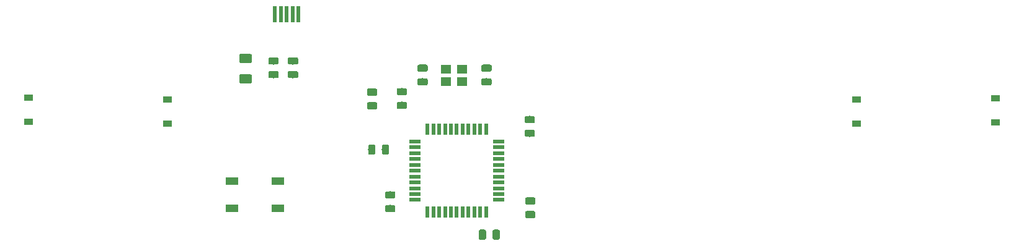
<source format=gbp>
G04 #@! TF.GenerationSoftware,KiCad,Pcbnew,(5.1.4)-1*
G04 #@! TF.CreationDate,2022-10-31T09:04:18+01:00*
G04 #@! TF.ProjectId,quaver-keypadrev1,71756176-6572-42d6-9b65-797061647265,rev?*
G04 #@! TF.SameCoordinates,Original*
G04 #@! TF.FileFunction,Paste,Bot*
G04 #@! TF.FilePolarity,Positive*
%FSLAX46Y46*%
G04 Gerber Fmt 4.6, Leading zero omitted, Abs format (unit mm)*
G04 Created by KiCad (PCBNEW (5.1.4)-1) date 2022-10-31 09:04:18*
%MOMM*%
%LPD*%
G04 APERTURE LIST*
%ADD10R,0.500000X2.250000*%
%ADD11R,1.400000X1.200000*%
%ADD12R,1.500000X0.550000*%
%ADD13R,0.550000X1.500000*%
%ADD14R,1.800000X1.100000*%
%ADD15C,0.100000*%
%ADD16C,0.975000*%
%ADD17C,1.250000*%
%ADD18R,1.200000X0.900000*%
G04 APERTURE END LIST*
D10*
X175247000Y-91440000D03*
X174447000Y-91440000D03*
X173647000Y-91440000D03*
X172847000Y-91440000D03*
X172047000Y-91440000D03*
D11*
X197557750Y-100696500D03*
X195357750Y-100696500D03*
X195357750Y-98996500D03*
X197557750Y-98996500D03*
D12*
X191150000Y-116903000D03*
X191150000Y-116103000D03*
X191150000Y-115303000D03*
X191150000Y-114503000D03*
X191150000Y-113703000D03*
X191150000Y-112903000D03*
X191150000Y-112103000D03*
X191150000Y-111303000D03*
X191150000Y-110503000D03*
X191150000Y-109703000D03*
X191150000Y-108903000D03*
D13*
X192850000Y-107203000D03*
X193650000Y-107203000D03*
X194450000Y-107203000D03*
X195250000Y-107203000D03*
X196050000Y-107203000D03*
X196850000Y-107203000D03*
X197650000Y-107203000D03*
X198450000Y-107203000D03*
X199250000Y-107203000D03*
X200050000Y-107203000D03*
X200850000Y-107203000D03*
D12*
X202550000Y-108903000D03*
X202550000Y-109703000D03*
X202550000Y-110503000D03*
X202550000Y-111303000D03*
X202550000Y-112103000D03*
X202550000Y-112903000D03*
X202550000Y-113703000D03*
X202550000Y-114503000D03*
X202550000Y-115303000D03*
X202550000Y-116103000D03*
X202550000Y-116903000D03*
D13*
X200850000Y-118603000D03*
X200050000Y-118603000D03*
X199250000Y-118603000D03*
X198450000Y-118603000D03*
X197650000Y-118603000D03*
X196850000Y-118603000D03*
X196050000Y-118603000D03*
X195250000Y-118603000D03*
X194450000Y-118603000D03*
X193650000Y-118603000D03*
X192850000Y-118603000D03*
D14*
X166191000Y-118055000D03*
X172391000Y-114355000D03*
X166191000Y-114355000D03*
X172391000Y-118055000D03*
D15*
G36*
X207363142Y-118434174D02*
G01*
X207386803Y-118437684D01*
X207410007Y-118443496D01*
X207432529Y-118451554D01*
X207454153Y-118461782D01*
X207474670Y-118474079D01*
X207493883Y-118488329D01*
X207511607Y-118504393D01*
X207527671Y-118522117D01*
X207541921Y-118541330D01*
X207554218Y-118561847D01*
X207564446Y-118583471D01*
X207572504Y-118605993D01*
X207578316Y-118629197D01*
X207581826Y-118652858D01*
X207583000Y-118676750D01*
X207583000Y-119164250D01*
X207581826Y-119188142D01*
X207578316Y-119211803D01*
X207572504Y-119235007D01*
X207564446Y-119257529D01*
X207554218Y-119279153D01*
X207541921Y-119299670D01*
X207527671Y-119318883D01*
X207511607Y-119336607D01*
X207493883Y-119352671D01*
X207474670Y-119366921D01*
X207454153Y-119379218D01*
X207432529Y-119389446D01*
X207410007Y-119397504D01*
X207386803Y-119403316D01*
X207363142Y-119406826D01*
X207339250Y-119408000D01*
X206426750Y-119408000D01*
X206402858Y-119406826D01*
X206379197Y-119403316D01*
X206355993Y-119397504D01*
X206333471Y-119389446D01*
X206311847Y-119379218D01*
X206291330Y-119366921D01*
X206272117Y-119352671D01*
X206254393Y-119336607D01*
X206238329Y-119318883D01*
X206224079Y-119299670D01*
X206211782Y-119279153D01*
X206201554Y-119257529D01*
X206193496Y-119235007D01*
X206187684Y-119211803D01*
X206184174Y-119188142D01*
X206183000Y-119164250D01*
X206183000Y-118676750D01*
X206184174Y-118652858D01*
X206187684Y-118629197D01*
X206193496Y-118605993D01*
X206201554Y-118583471D01*
X206211782Y-118561847D01*
X206224079Y-118541330D01*
X206238329Y-118522117D01*
X206254393Y-118504393D01*
X206272117Y-118488329D01*
X206291330Y-118474079D01*
X206311847Y-118461782D01*
X206333471Y-118451554D01*
X206355993Y-118443496D01*
X206379197Y-118437684D01*
X206402858Y-118434174D01*
X206426750Y-118433000D01*
X207339250Y-118433000D01*
X207363142Y-118434174D01*
X207363142Y-118434174D01*
G37*
D16*
X206883000Y-118920500D03*
D15*
G36*
X207363142Y-116559174D02*
G01*
X207386803Y-116562684D01*
X207410007Y-116568496D01*
X207432529Y-116576554D01*
X207454153Y-116586782D01*
X207474670Y-116599079D01*
X207493883Y-116613329D01*
X207511607Y-116629393D01*
X207527671Y-116647117D01*
X207541921Y-116666330D01*
X207554218Y-116686847D01*
X207564446Y-116708471D01*
X207572504Y-116730993D01*
X207578316Y-116754197D01*
X207581826Y-116777858D01*
X207583000Y-116801750D01*
X207583000Y-117289250D01*
X207581826Y-117313142D01*
X207578316Y-117336803D01*
X207572504Y-117360007D01*
X207564446Y-117382529D01*
X207554218Y-117404153D01*
X207541921Y-117424670D01*
X207527671Y-117443883D01*
X207511607Y-117461607D01*
X207493883Y-117477671D01*
X207474670Y-117491921D01*
X207454153Y-117504218D01*
X207432529Y-117514446D01*
X207410007Y-117522504D01*
X207386803Y-117528316D01*
X207363142Y-117531826D01*
X207339250Y-117533000D01*
X206426750Y-117533000D01*
X206402858Y-117531826D01*
X206379197Y-117528316D01*
X206355993Y-117522504D01*
X206333471Y-117514446D01*
X206311847Y-117504218D01*
X206291330Y-117491921D01*
X206272117Y-117477671D01*
X206254393Y-117461607D01*
X206238329Y-117443883D01*
X206224079Y-117424670D01*
X206211782Y-117404153D01*
X206201554Y-117382529D01*
X206193496Y-117360007D01*
X206187684Y-117336803D01*
X206184174Y-117313142D01*
X206183000Y-117289250D01*
X206183000Y-116801750D01*
X206184174Y-116777858D01*
X206187684Y-116754197D01*
X206193496Y-116730993D01*
X206201554Y-116708471D01*
X206211782Y-116686847D01*
X206224079Y-116666330D01*
X206238329Y-116647117D01*
X206254393Y-116629393D01*
X206272117Y-116613329D01*
X206291330Y-116599079D01*
X206311847Y-116586782D01*
X206333471Y-116576554D01*
X206355993Y-116568496D01*
X206379197Y-116562684D01*
X206402858Y-116559174D01*
X206426750Y-116558000D01*
X207339250Y-116558000D01*
X207363142Y-116559174D01*
X207363142Y-116559174D01*
G37*
D16*
X206883000Y-117045500D03*
D15*
G36*
X172311142Y-99257174D02*
G01*
X172334803Y-99260684D01*
X172358007Y-99266496D01*
X172380529Y-99274554D01*
X172402153Y-99284782D01*
X172422670Y-99297079D01*
X172441883Y-99311329D01*
X172459607Y-99327393D01*
X172475671Y-99345117D01*
X172489921Y-99364330D01*
X172502218Y-99384847D01*
X172512446Y-99406471D01*
X172520504Y-99428993D01*
X172526316Y-99452197D01*
X172529826Y-99475858D01*
X172531000Y-99499750D01*
X172531000Y-99987250D01*
X172529826Y-100011142D01*
X172526316Y-100034803D01*
X172520504Y-100058007D01*
X172512446Y-100080529D01*
X172502218Y-100102153D01*
X172489921Y-100122670D01*
X172475671Y-100141883D01*
X172459607Y-100159607D01*
X172441883Y-100175671D01*
X172422670Y-100189921D01*
X172402153Y-100202218D01*
X172380529Y-100212446D01*
X172358007Y-100220504D01*
X172334803Y-100226316D01*
X172311142Y-100229826D01*
X172287250Y-100231000D01*
X171374750Y-100231000D01*
X171350858Y-100229826D01*
X171327197Y-100226316D01*
X171303993Y-100220504D01*
X171281471Y-100212446D01*
X171259847Y-100202218D01*
X171239330Y-100189921D01*
X171220117Y-100175671D01*
X171202393Y-100159607D01*
X171186329Y-100141883D01*
X171172079Y-100122670D01*
X171159782Y-100102153D01*
X171149554Y-100080529D01*
X171141496Y-100058007D01*
X171135684Y-100034803D01*
X171132174Y-100011142D01*
X171131000Y-99987250D01*
X171131000Y-99499750D01*
X171132174Y-99475858D01*
X171135684Y-99452197D01*
X171141496Y-99428993D01*
X171149554Y-99406471D01*
X171159782Y-99384847D01*
X171172079Y-99364330D01*
X171186329Y-99345117D01*
X171202393Y-99327393D01*
X171220117Y-99311329D01*
X171239330Y-99297079D01*
X171259847Y-99284782D01*
X171281471Y-99274554D01*
X171303993Y-99266496D01*
X171327197Y-99260684D01*
X171350858Y-99257174D01*
X171374750Y-99256000D01*
X172287250Y-99256000D01*
X172311142Y-99257174D01*
X172311142Y-99257174D01*
G37*
D16*
X171831000Y-99743500D03*
D15*
G36*
X172311142Y-97382174D02*
G01*
X172334803Y-97385684D01*
X172358007Y-97391496D01*
X172380529Y-97399554D01*
X172402153Y-97409782D01*
X172422670Y-97422079D01*
X172441883Y-97436329D01*
X172459607Y-97452393D01*
X172475671Y-97470117D01*
X172489921Y-97489330D01*
X172502218Y-97509847D01*
X172512446Y-97531471D01*
X172520504Y-97553993D01*
X172526316Y-97577197D01*
X172529826Y-97600858D01*
X172531000Y-97624750D01*
X172531000Y-98112250D01*
X172529826Y-98136142D01*
X172526316Y-98159803D01*
X172520504Y-98183007D01*
X172512446Y-98205529D01*
X172502218Y-98227153D01*
X172489921Y-98247670D01*
X172475671Y-98266883D01*
X172459607Y-98284607D01*
X172441883Y-98300671D01*
X172422670Y-98314921D01*
X172402153Y-98327218D01*
X172380529Y-98337446D01*
X172358007Y-98345504D01*
X172334803Y-98351316D01*
X172311142Y-98354826D01*
X172287250Y-98356000D01*
X171374750Y-98356000D01*
X171350858Y-98354826D01*
X171327197Y-98351316D01*
X171303993Y-98345504D01*
X171281471Y-98337446D01*
X171259847Y-98327218D01*
X171239330Y-98314921D01*
X171220117Y-98300671D01*
X171202393Y-98284607D01*
X171186329Y-98266883D01*
X171172079Y-98247670D01*
X171159782Y-98227153D01*
X171149554Y-98205529D01*
X171141496Y-98183007D01*
X171135684Y-98159803D01*
X171132174Y-98136142D01*
X171131000Y-98112250D01*
X171131000Y-97624750D01*
X171132174Y-97600858D01*
X171135684Y-97577197D01*
X171141496Y-97553993D01*
X171149554Y-97531471D01*
X171159782Y-97509847D01*
X171172079Y-97489330D01*
X171186329Y-97470117D01*
X171202393Y-97452393D01*
X171220117Y-97436329D01*
X171239330Y-97422079D01*
X171259847Y-97409782D01*
X171281471Y-97399554D01*
X171303993Y-97391496D01*
X171327197Y-97385684D01*
X171350858Y-97382174D01*
X171374750Y-97381000D01*
X172287250Y-97381000D01*
X172311142Y-97382174D01*
X172311142Y-97382174D01*
G37*
D16*
X171831000Y-97868500D03*
D15*
G36*
X174978142Y-99257174D02*
G01*
X175001803Y-99260684D01*
X175025007Y-99266496D01*
X175047529Y-99274554D01*
X175069153Y-99284782D01*
X175089670Y-99297079D01*
X175108883Y-99311329D01*
X175126607Y-99327393D01*
X175142671Y-99345117D01*
X175156921Y-99364330D01*
X175169218Y-99384847D01*
X175179446Y-99406471D01*
X175187504Y-99428993D01*
X175193316Y-99452197D01*
X175196826Y-99475858D01*
X175198000Y-99499750D01*
X175198000Y-99987250D01*
X175196826Y-100011142D01*
X175193316Y-100034803D01*
X175187504Y-100058007D01*
X175179446Y-100080529D01*
X175169218Y-100102153D01*
X175156921Y-100122670D01*
X175142671Y-100141883D01*
X175126607Y-100159607D01*
X175108883Y-100175671D01*
X175089670Y-100189921D01*
X175069153Y-100202218D01*
X175047529Y-100212446D01*
X175025007Y-100220504D01*
X175001803Y-100226316D01*
X174978142Y-100229826D01*
X174954250Y-100231000D01*
X174041750Y-100231000D01*
X174017858Y-100229826D01*
X173994197Y-100226316D01*
X173970993Y-100220504D01*
X173948471Y-100212446D01*
X173926847Y-100202218D01*
X173906330Y-100189921D01*
X173887117Y-100175671D01*
X173869393Y-100159607D01*
X173853329Y-100141883D01*
X173839079Y-100122670D01*
X173826782Y-100102153D01*
X173816554Y-100080529D01*
X173808496Y-100058007D01*
X173802684Y-100034803D01*
X173799174Y-100011142D01*
X173798000Y-99987250D01*
X173798000Y-99499750D01*
X173799174Y-99475858D01*
X173802684Y-99452197D01*
X173808496Y-99428993D01*
X173816554Y-99406471D01*
X173826782Y-99384847D01*
X173839079Y-99364330D01*
X173853329Y-99345117D01*
X173869393Y-99327393D01*
X173887117Y-99311329D01*
X173906330Y-99297079D01*
X173926847Y-99284782D01*
X173948471Y-99274554D01*
X173970993Y-99266496D01*
X173994197Y-99260684D01*
X174017858Y-99257174D01*
X174041750Y-99256000D01*
X174954250Y-99256000D01*
X174978142Y-99257174D01*
X174978142Y-99257174D01*
G37*
D16*
X174498000Y-99743500D03*
D15*
G36*
X174978142Y-97382174D02*
G01*
X175001803Y-97385684D01*
X175025007Y-97391496D01*
X175047529Y-97399554D01*
X175069153Y-97409782D01*
X175089670Y-97422079D01*
X175108883Y-97436329D01*
X175126607Y-97452393D01*
X175142671Y-97470117D01*
X175156921Y-97489330D01*
X175169218Y-97509847D01*
X175179446Y-97531471D01*
X175187504Y-97553993D01*
X175193316Y-97577197D01*
X175196826Y-97600858D01*
X175198000Y-97624750D01*
X175198000Y-98112250D01*
X175196826Y-98136142D01*
X175193316Y-98159803D01*
X175187504Y-98183007D01*
X175179446Y-98205529D01*
X175169218Y-98227153D01*
X175156921Y-98247670D01*
X175142671Y-98266883D01*
X175126607Y-98284607D01*
X175108883Y-98300671D01*
X175089670Y-98314921D01*
X175069153Y-98327218D01*
X175047529Y-98337446D01*
X175025007Y-98345504D01*
X175001803Y-98351316D01*
X174978142Y-98354826D01*
X174954250Y-98356000D01*
X174041750Y-98356000D01*
X174017858Y-98354826D01*
X173994197Y-98351316D01*
X173970993Y-98345504D01*
X173948471Y-98337446D01*
X173926847Y-98327218D01*
X173906330Y-98314921D01*
X173887117Y-98300671D01*
X173869393Y-98284607D01*
X173853329Y-98266883D01*
X173839079Y-98247670D01*
X173826782Y-98227153D01*
X173816554Y-98205529D01*
X173808496Y-98183007D01*
X173802684Y-98159803D01*
X173799174Y-98136142D01*
X173798000Y-98112250D01*
X173798000Y-97624750D01*
X173799174Y-97600858D01*
X173802684Y-97577197D01*
X173808496Y-97553993D01*
X173816554Y-97531471D01*
X173826782Y-97509847D01*
X173839079Y-97489330D01*
X173853329Y-97470117D01*
X173869393Y-97452393D01*
X173887117Y-97436329D01*
X173906330Y-97422079D01*
X173926847Y-97409782D01*
X173948471Y-97399554D01*
X173970993Y-97391496D01*
X173994197Y-97385684D01*
X174017858Y-97382174D01*
X174041750Y-97381000D01*
X174954250Y-97381000D01*
X174978142Y-97382174D01*
X174978142Y-97382174D01*
G37*
D16*
X174498000Y-97868500D03*
D15*
G36*
X185773142Y-101651674D02*
G01*
X185796803Y-101655184D01*
X185820007Y-101660996D01*
X185842529Y-101669054D01*
X185864153Y-101679282D01*
X185884670Y-101691579D01*
X185903883Y-101705829D01*
X185921607Y-101721893D01*
X185937671Y-101739617D01*
X185951921Y-101758830D01*
X185964218Y-101779347D01*
X185974446Y-101800971D01*
X185982504Y-101823493D01*
X185988316Y-101846697D01*
X185991826Y-101870358D01*
X185993000Y-101894250D01*
X185993000Y-102381750D01*
X185991826Y-102405642D01*
X185988316Y-102429303D01*
X185982504Y-102452507D01*
X185974446Y-102475029D01*
X185964218Y-102496653D01*
X185951921Y-102517170D01*
X185937671Y-102536383D01*
X185921607Y-102554107D01*
X185903883Y-102570171D01*
X185884670Y-102584421D01*
X185864153Y-102596718D01*
X185842529Y-102606946D01*
X185820007Y-102615004D01*
X185796803Y-102620816D01*
X185773142Y-102624326D01*
X185749250Y-102625500D01*
X184836750Y-102625500D01*
X184812858Y-102624326D01*
X184789197Y-102620816D01*
X184765993Y-102615004D01*
X184743471Y-102606946D01*
X184721847Y-102596718D01*
X184701330Y-102584421D01*
X184682117Y-102570171D01*
X184664393Y-102554107D01*
X184648329Y-102536383D01*
X184634079Y-102517170D01*
X184621782Y-102496653D01*
X184611554Y-102475029D01*
X184603496Y-102452507D01*
X184597684Y-102429303D01*
X184594174Y-102405642D01*
X184593000Y-102381750D01*
X184593000Y-101894250D01*
X184594174Y-101870358D01*
X184597684Y-101846697D01*
X184603496Y-101823493D01*
X184611554Y-101800971D01*
X184621782Y-101779347D01*
X184634079Y-101758830D01*
X184648329Y-101739617D01*
X184664393Y-101721893D01*
X184682117Y-101705829D01*
X184701330Y-101691579D01*
X184721847Y-101679282D01*
X184743471Y-101669054D01*
X184765993Y-101660996D01*
X184789197Y-101655184D01*
X184812858Y-101651674D01*
X184836750Y-101650500D01*
X185749250Y-101650500D01*
X185773142Y-101651674D01*
X185773142Y-101651674D01*
G37*
D16*
X185293000Y-102138000D03*
D15*
G36*
X185773142Y-103526674D02*
G01*
X185796803Y-103530184D01*
X185820007Y-103535996D01*
X185842529Y-103544054D01*
X185864153Y-103554282D01*
X185884670Y-103566579D01*
X185903883Y-103580829D01*
X185921607Y-103596893D01*
X185937671Y-103614617D01*
X185951921Y-103633830D01*
X185964218Y-103654347D01*
X185974446Y-103675971D01*
X185982504Y-103698493D01*
X185988316Y-103721697D01*
X185991826Y-103745358D01*
X185993000Y-103769250D01*
X185993000Y-104256750D01*
X185991826Y-104280642D01*
X185988316Y-104304303D01*
X185982504Y-104327507D01*
X185974446Y-104350029D01*
X185964218Y-104371653D01*
X185951921Y-104392170D01*
X185937671Y-104411383D01*
X185921607Y-104429107D01*
X185903883Y-104445171D01*
X185884670Y-104459421D01*
X185864153Y-104471718D01*
X185842529Y-104481946D01*
X185820007Y-104490004D01*
X185796803Y-104495816D01*
X185773142Y-104499326D01*
X185749250Y-104500500D01*
X184836750Y-104500500D01*
X184812858Y-104499326D01*
X184789197Y-104495816D01*
X184765993Y-104490004D01*
X184743471Y-104481946D01*
X184721847Y-104471718D01*
X184701330Y-104459421D01*
X184682117Y-104445171D01*
X184664393Y-104429107D01*
X184648329Y-104411383D01*
X184634079Y-104392170D01*
X184621782Y-104371653D01*
X184611554Y-104350029D01*
X184603496Y-104327507D01*
X184597684Y-104304303D01*
X184594174Y-104280642D01*
X184593000Y-104256750D01*
X184593000Y-103769250D01*
X184594174Y-103745358D01*
X184597684Y-103721697D01*
X184603496Y-103698493D01*
X184611554Y-103675971D01*
X184621782Y-103654347D01*
X184634079Y-103633830D01*
X184648329Y-103614617D01*
X184664393Y-103596893D01*
X184682117Y-103580829D01*
X184701330Y-103566579D01*
X184721847Y-103554282D01*
X184743471Y-103544054D01*
X184765993Y-103535996D01*
X184789197Y-103530184D01*
X184812858Y-103526674D01*
X184836750Y-103525500D01*
X185749250Y-103525500D01*
X185773142Y-103526674D01*
X185773142Y-103526674D01*
G37*
D16*
X185293000Y-104013000D03*
D15*
G36*
X168670504Y-99706204D02*
G01*
X168694773Y-99709804D01*
X168718571Y-99715765D01*
X168741671Y-99724030D01*
X168763849Y-99734520D01*
X168784893Y-99747133D01*
X168804598Y-99761747D01*
X168822777Y-99778223D01*
X168839253Y-99796402D01*
X168853867Y-99816107D01*
X168866480Y-99837151D01*
X168876970Y-99859329D01*
X168885235Y-99882429D01*
X168891196Y-99906227D01*
X168894796Y-99930496D01*
X168896000Y-99955000D01*
X168896000Y-100705000D01*
X168894796Y-100729504D01*
X168891196Y-100753773D01*
X168885235Y-100777571D01*
X168876970Y-100800671D01*
X168866480Y-100822849D01*
X168853867Y-100843893D01*
X168839253Y-100863598D01*
X168822777Y-100881777D01*
X168804598Y-100898253D01*
X168784893Y-100912867D01*
X168763849Y-100925480D01*
X168741671Y-100935970D01*
X168718571Y-100944235D01*
X168694773Y-100950196D01*
X168670504Y-100953796D01*
X168646000Y-100955000D01*
X167396000Y-100955000D01*
X167371496Y-100953796D01*
X167347227Y-100950196D01*
X167323429Y-100944235D01*
X167300329Y-100935970D01*
X167278151Y-100925480D01*
X167257107Y-100912867D01*
X167237402Y-100898253D01*
X167219223Y-100881777D01*
X167202747Y-100863598D01*
X167188133Y-100843893D01*
X167175520Y-100822849D01*
X167165030Y-100800671D01*
X167156765Y-100777571D01*
X167150804Y-100753773D01*
X167147204Y-100729504D01*
X167146000Y-100705000D01*
X167146000Y-99955000D01*
X167147204Y-99930496D01*
X167150804Y-99906227D01*
X167156765Y-99882429D01*
X167165030Y-99859329D01*
X167175520Y-99837151D01*
X167188133Y-99816107D01*
X167202747Y-99796402D01*
X167219223Y-99778223D01*
X167237402Y-99761747D01*
X167257107Y-99747133D01*
X167278151Y-99734520D01*
X167300329Y-99724030D01*
X167323429Y-99715765D01*
X167347227Y-99709804D01*
X167371496Y-99706204D01*
X167396000Y-99705000D01*
X168646000Y-99705000D01*
X168670504Y-99706204D01*
X168670504Y-99706204D01*
G37*
D17*
X168021000Y-100330000D03*
D15*
G36*
X168670504Y-96906204D02*
G01*
X168694773Y-96909804D01*
X168718571Y-96915765D01*
X168741671Y-96924030D01*
X168763849Y-96934520D01*
X168784893Y-96947133D01*
X168804598Y-96961747D01*
X168822777Y-96978223D01*
X168839253Y-96996402D01*
X168853867Y-97016107D01*
X168866480Y-97037151D01*
X168876970Y-97059329D01*
X168885235Y-97082429D01*
X168891196Y-97106227D01*
X168894796Y-97130496D01*
X168896000Y-97155000D01*
X168896000Y-97905000D01*
X168894796Y-97929504D01*
X168891196Y-97953773D01*
X168885235Y-97977571D01*
X168876970Y-98000671D01*
X168866480Y-98022849D01*
X168853867Y-98043893D01*
X168839253Y-98063598D01*
X168822777Y-98081777D01*
X168804598Y-98098253D01*
X168784893Y-98112867D01*
X168763849Y-98125480D01*
X168741671Y-98135970D01*
X168718571Y-98144235D01*
X168694773Y-98150196D01*
X168670504Y-98153796D01*
X168646000Y-98155000D01*
X167396000Y-98155000D01*
X167371496Y-98153796D01*
X167347227Y-98150196D01*
X167323429Y-98144235D01*
X167300329Y-98135970D01*
X167278151Y-98125480D01*
X167257107Y-98112867D01*
X167237402Y-98098253D01*
X167219223Y-98081777D01*
X167202747Y-98063598D01*
X167188133Y-98043893D01*
X167175520Y-98022849D01*
X167165030Y-98000671D01*
X167156765Y-97977571D01*
X167150804Y-97953773D01*
X167147204Y-97929504D01*
X167146000Y-97905000D01*
X167146000Y-97155000D01*
X167147204Y-97130496D01*
X167150804Y-97106227D01*
X167156765Y-97082429D01*
X167165030Y-97059329D01*
X167175520Y-97037151D01*
X167188133Y-97016107D01*
X167202747Y-96996402D01*
X167219223Y-96978223D01*
X167237402Y-96961747D01*
X167257107Y-96947133D01*
X167278151Y-96934520D01*
X167300329Y-96924030D01*
X167323429Y-96915765D01*
X167347227Y-96909804D01*
X167371496Y-96906204D01*
X167396000Y-96905000D01*
X168646000Y-96905000D01*
X168670504Y-96906204D01*
X168670504Y-96906204D01*
G37*
D17*
X168021000Y-97530000D03*
D18*
X270383000Y-106298000D03*
X270383000Y-102998000D03*
X251460000Y-106425000D03*
X251460000Y-103125000D03*
X157353000Y-106425000D03*
X157353000Y-103125000D03*
X138430000Y-106171000D03*
X138430000Y-102871000D03*
D15*
G36*
X188249642Y-115733674D02*
G01*
X188273303Y-115737184D01*
X188296507Y-115742996D01*
X188319029Y-115751054D01*
X188340653Y-115761282D01*
X188361170Y-115773579D01*
X188380383Y-115787829D01*
X188398107Y-115803893D01*
X188414171Y-115821617D01*
X188428421Y-115840830D01*
X188440718Y-115861347D01*
X188450946Y-115882971D01*
X188459004Y-115905493D01*
X188464816Y-115928697D01*
X188468326Y-115952358D01*
X188469500Y-115976250D01*
X188469500Y-116463750D01*
X188468326Y-116487642D01*
X188464816Y-116511303D01*
X188459004Y-116534507D01*
X188450946Y-116557029D01*
X188440718Y-116578653D01*
X188428421Y-116599170D01*
X188414171Y-116618383D01*
X188398107Y-116636107D01*
X188380383Y-116652171D01*
X188361170Y-116666421D01*
X188340653Y-116678718D01*
X188319029Y-116688946D01*
X188296507Y-116697004D01*
X188273303Y-116702816D01*
X188249642Y-116706326D01*
X188225750Y-116707500D01*
X187313250Y-116707500D01*
X187289358Y-116706326D01*
X187265697Y-116702816D01*
X187242493Y-116697004D01*
X187219971Y-116688946D01*
X187198347Y-116678718D01*
X187177830Y-116666421D01*
X187158617Y-116652171D01*
X187140893Y-116636107D01*
X187124829Y-116618383D01*
X187110579Y-116599170D01*
X187098282Y-116578653D01*
X187088054Y-116557029D01*
X187079996Y-116534507D01*
X187074184Y-116511303D01*
X187070674Y-116487642D01*
X187069500Y-116463750D01*
X187069500Y-115976250D01*
X187070674Y-115952358D01*
X187074184Y-115928697D01*
X187079996Y-115905493D01*
X187088054Y-115882971D01*
X187098282Y-115861347D01*
X187110579Y-115840830D01*
X187124829Y-115821617D01*
X187140893Y-115803893D01*
X187158617Y-115787829D01*
X187177830Y-115773579D01*
X187198347Y-115761282D01*
X187219971Y-115751054D01*
X187242493Y-115742996D01*
X187265697Y-115737184D01*
X187289358Y-115733674D01*
X187313250Y-115732500D01*
X188225750Y-115732500D01*
X188249642Y-115733674D01*
X188249642Y-115733674D01*
G37*
D16*
X187769500Y-116220000D03*
D15*
G36*
X188249642Y-117608674D02*
G01*
X188273303Y-117612184D01*
X188296507Y-117617996D01*
X188319029Y-117626054D01*
X188340653Y-117636282D01*
X188361170Y-117648579D01*
X188380383Y-117662829D01*
X188398107Y-117678893D01*
X188414171Y-117696617D01*
X188428421Y-117715830D01*
X188440718Y-117736347D01*
X188450946Y-117757971D01*
X188459004Y-117780493D01*
X188464816Y-117803697D01*
X188468326Y-117827358D01*
X188469500Y-117851250D01*
X188469500Y-118338750D01*
X188468326Y-118362642D01*
X188464816Y-118386303D01*
X188459004Y-118409507D01*
X188450946Y-118432029D01*
X188440718Y-118453653D01*
X188428421Y-118474170D01*
X188414171Y-118493383D01*
X188398107Y-118511107D01*
X188380383Y-118527171D01*
X188361170Y-118541421D01*
X188340653Y-118553718D01*
X188319029Y-118563946D01*
X188296507Y-118572004D01*
X188273303Y-118577816D01*
X188249642Y-118581326D01*
X188225750Y-118582500D01*
X187313250Y-118582500D01*
X187289358Y-118581326D01*
X187265697Y-118577816D01*
X187242493Y-118572004D01*
X187219971Y-118563946D01*
X187198347Y-118553718D01*
X187177830Y-118541421D01*
X187158617Y-118527171D01*
X187140893Y-118511107D01*
X187124829Y-118493383D01*
X187110579Y-118474170D01*
X187098282Y-118453653D01*
X187088054Y-118432029D01*
X187079996Y-118409507D01*
X187074184Y-118386303D01*
X187070674Y-118362642D01*
X187069500Y-118338750D01*
X187069500Y-117851250D01*
X187070674Y-117827358D01*
X187074184Y-117803697D01*
X187079996Y-117780493D01*
X187088054Y-117757971D01*
X187098282Y-117736347D01*
X187110579Y-117715830D01*
X187124829Y-117696617D01*
X187140893Y-117678893D01*
X187158617Y-117662829D01*
X187177830Y-117648579D01*
X187198347Y-117636282D01*
X187219971Y-117626054D01*
X187242493Y-117617996D01*
X187265697Y-117612184D01*
X187289358Y-117608674D01*
X187313250Y-117607500D01*
X188225750Y-117607500D01*
X188249642Y-117608674D01*
X188249642Y-117608674D01*
G37*
D16*
X187769500Y-118095000D03*
D15*
G36*
X202500142Y-120967174D02*
G01*
X202523803Y-120970684D01*
X202547007Y-120976496D01*
X202569529Y-120984554D01*
X202591153Y-120994782D01*
X202611670Y-121007079D01*
X202630883Y-121021329D01*
X202648607Y-121037393D01*
X202664671Y-121055117D01*
X202678921Y-121074330D01*
X202691218Y-121094847D01*
X202701446Y-121116471D01*
X202709504Y-121138993D01*
X202715316Y-121162197D01*
X202718826Y-121185858D01*
X202720000Y-121209750D01*
X202720000Y-122122250D01*
X202718826Y-122146142D01*
X202715316Y-122169803D01*
X202709504Y-122193007D01*
X202701446Y-122215529D01*
X202691218Y-122237153D01*
X202678921Y-122257670D01*
X202664671Y-122276883D01*
X202648607Y-122294607D01*
X202630883Y-122310671D01*
X202611670Y-122324921D01*
X202591153Y-122337218D01*
X202569529Y-122347446D01*
X202547007Y-122355504D01*
X202523803Y-122361316D01*
X202500142Y-122364826D01*
X202476250Y-122366000D01*
X201988750Y-122366000D01*
X201964858Y-122364826D01*
X201941197Y-122361316D01*
X201917993Y-122355504D01*
X201895471Y-122347446D01*
X201873847Y-122337218D01*
X201853330Y-122324921D01*
X201834117Y-122310671D01*
X201816393Y-122294607D01*
X201800329Y-122276883D01*
X201786079Y-122257670D01*
X201773782Y-122237153D01*
X201763554Y-122215529D01*
X201755496Y-122193007D01*
X201749684Y-122169803D01*
X201746174Y-122146142D01*
X201745000Y-122122250D01*
X201745000Y-121209750D01*
X201746174Y-121185858D01*
X201749684Y-121162197D01*
X201755496Y-121138993D01*
X201763554Y-121116471D01*
X201773782Y-121094847D01*
X201786079Y-121074330D01*
X201800329Y-121055117D01*
X201816393Y-121037393D01*
X201834117Y-121021329D01*
X201853330Y-121007079D01*
X201873847Y-120994782D01*
X201895471Y-120984554D01*
X201917993Y-120976496D01*
X201941197Y-120970684D01*
X201964858Y-120967174D01*
X201988750Y-120966000D01*
X202476250Y-120966000D01*
X202500142Y-120967174D01*
X202500142Y-120967174D01*
G37*
D16*
X202232500Y-121666000D03*
D15*
G36*
X200625142Y-120967174D02*
G01*
X200648803Y-120970684D01*
X200672007Y-120976496D01*
X200694529Y-120984554D01*
X200716153Y-120994782D01*
X200736670Y-121007079D01*
X200755883Y-121021329D01*
X200773607Y-121037393D01*
X200789671Y-121055117D01*
X200803921Y-121074330D01*
X200816218Y-121094847D01*
X200826446Y-121116471D01*
X200834504Y-121138993D01*
X200840316Y-121162197D01*
X200843826Y-121185858D01*
X200845000Y-121209750D01*
X200845000Y-122122250D01*
X200843826Y-122146142D01*
X200840316Y-122169803D01*
X200834504Y-122193007D01*
X200826446Y-122215529D01*
X200816218Y-122237153D01*
X200803921Y-122257670D01*
X200789671Y-122276883D01*
X200773607Y-122294607D01*
X200755883Y-122310671D01*
X200736670Y-122324921D01*
X200716153Y-122337218D01*
X200694529Y-122347446D01*
X200672007Y-122355504D01*
X200648803Y-122361316D01*
X200625142Y-122364826D01*
X200601250Y-122366000D01*
X200113750Y-122366000D01*
X200089858Y-122364826D01*
X200066197Y-122361316D01*
X200042993Y-122355504D01*
X200020471Y-122347446D01*
X199998847Y-122337218D01*
X199978330Y-122324921D01*
X199959117Y-122310671D01*
X199941393Y-122294607D01*
X199925329Y-122276883D01*
X199911079Y-122257670D01*
X199898782Y-122237153D01*
X199888554Y-122215529D01*
X199880496Y-122193007D01*
X199874684Y-122169803D01*
X199871174Y-122146142D01*
X199870000Y-122122250D01*
X199870000Y-121209750D01*
X199871174Y-121185858D01*
X199874684Y-121162197D01*
X199880496Y-121138993D01*
X199888554Y-121116471D01*
X199898782Y-121094847D01*
X199911079Y-121074330D01*
X199925329Y-121055117D01*
X199941393Y-121037393D01*
X199959117Y-121021329D01*
X199978330Y-121007079D01*
X199998847Y-120994782D01*
X200020471Y-120984554D01*
X200042993Y-120976496D01*
X200066197Y-120970684D01*
X200089858Y-120967174D01*
X200113750Y-120966000D01*
X200601250Y-120966000D01*
X200625142Y-120967174D01*
X200625142Y-120967174D01*
G37*
D16*
X200357500Y-121666000D03*
D15*
G36*
X207299642Y-107289924D02*
G01*
X207323303Y-107293434D01*
X207346507Y-107299246D01*
X207369029Y-107307304D01*
X207390653Y-107317532D01*
X207411170Y-107329829D01*
X207430383Y-107344079D01*
X207448107Y-107360143D01*
X207464171Y-107377867D01*
X207478421Y-107397080D01*
X207490718Y-107417597D01*
X207500946Y-107439221D01*
X207509004Y-107461743D01*
X207514816Y-107484947D01*
X207518326Y-107508608D01*
X207519500Y-107532500D01*
X207519500Y-108020000D01*
X207518326Y-108043892D01*
X207514816Y-108067553D01*
X207509004Y-108090757D01*
X207500946Y-108113279D01*
X207490718Y-108134903D01*
X207478421Y-108155420D01*
X207464171Y-108174633D01*
X207448107Y-108192357D01*
X207430383Y-108208421D01*
X207411170Y-108222671D01*
X207390653Y-108234968D01*
X207369029Y-108245196D01*
X207346507Y-108253254D01*
X207323303Y-108259066D01*
X207299642Y-108262576D01*
X207275750Y-108263750D01*
X206363250Y-108263750D01*
X206339358Y-108262576D01*
X206315697Y-108259066D01*
X206292493Y-108253254D01*
X206269971Y-108245196D01*
X206248347Y-108234968D01*
X206227830Y-108222671D01*
X206208617Y-108208421D01*
X206190893Y-108192357D01*
X206174829Y-108174633D01*
X206160579Y-108155420D01*
X206148282Y-108134903D01*
X206138054Y-108113279D01*
X206129996Y-108090757D01*
X206124184Y-108067553D01*
X206120674Y-108043892D01*
X206119500Y-108020000D01*
X206119500Y-107532500D01*
X206120674Y-107508608D01*
X206124184Y-107484947D01*
X206129996Y-107461743D01*
X206138054Y-107439221D01*
X206148282Y-107417597D01*
X206160579Y-107397080D01*
X206174829Y-107377867D01*
X206190893Y-107360143D01*
X206208617Y-107344079D01*
X206227830Y-107329829D01*
X206248347Y-107317532D01*
X206269971Y-107307304D01*
X206292493Y-107299246D01*
X206315697Y-107293434D01*
X206339358Y-107289924D01*
X206363250Y-107288750D01*
X207275750Y-107288750D01*
X207299642Y-107289924D01*
X207299642Y-107289924D01*
G37*
D16*
X206819500Y-107776250D03*
D15*
G36*
X207299642Y-105414924D02*
G01*
X207323303Y-105418434D01*
X207346507Y-105424246D01*
X207369029Y-105432304D01*
X207390653Y-105442532D01*
X207411170Y-105454829D01*
X207430383Y-105469079D01*
X207448107Y-105485143D01*
X207464171Y-105502867D01*
X207478421Y-105522080D01*
X207490718Y-105542597D01*
X207500946Y-105564221D01*
X207509004Y-105586743D01*
X207514816Y-105609947D01*
X207518326Y-105633608D01*
X207519500Y-105657500D01*
X207519500Y-106145000D01*
X207518326Y-106168892D01*
X207514816Y-106192553D01*
X207509004Y-106215757D01*
X207500946Y-106238279D01*
X207490718Y-106259903D01*
X207478421Y-106280420D01*
X207464171Y-106299633D01*
X207448107Y-106317357D01*
X207430383Y-106333421D01*
X207411170Y-106347671D01*
X207390653Y-106359968D01*
X207369029Y-106370196D01*
X207346507Y-106378254D01*
X207323303Y-106384066D01*
X207299642Y-106387576D01*
X207275750Y-106388750D01*
X206363250Y-106388750D01*
X206339358Y-106387576D01*
X206315697Y-106384066D01*
X206292493Y-106378254D01*
X206269971Y-106370196D01*
X206248347Y-106359968D01*
X206227830Y-106347671D01*
X206208617Y-106333421D01*
X206190893Y-106317357D01*
X206174829Y-106299633D01*
X206160579Y-106280420D01*
X206148282Y-106259903D01*
X206138054Y-106238279D01*
X206129996Y-106215757D01*
X206124184Y-106192553D01*
X206120674Y-106168892D01*
X206119500Y-106145000D01*
X206119500Y-105657500D01*
X206120674Y-105633608D01*
X206124184Y-105609947D01*
X206129996Y-105586743D01*
X206138054Y-105564221D01*
X206148282Y-105542597D01*
X206160579Y-105522080D01*
X206174829Y-105502867D01*
X206190893Y-105485143D01*
X206208617Y-105469079D01*
X206227830Y-105454829D01*
X206248347Y-105442532D01*
X206269971Y-105432304D01*
X206292493Y-105424246D01*
X206315697Y-105418434D01*
X206339358Y-105414924D01*
X206363250Y-105413750D01*
X207275750Y-105413750D01*
X207299642Y-105414924D01*
X207299642Y-105414924D01*
G37*
D16*
X206819500Y-105901250D03*
D15*
G36*
X189837142Y-103464924D02*
G01*
X189860803Y-103468434D01*
X189884007Y-103474246D01*
X189906529Y-103482304D01*
X189928153Y-103492532D01*
X189948670Y-103504829D01*
X189967883Y-103519079D01*
X189985607Y-103535143D01*
X190001671Y-103552867D01*
X190015921Y-103572080D01*
X190028218Y-103592597D01*
X190038446Y-103614221D01*
X190046504Y-103636743D01*
X190052316Y-103659947D01*
X190055826Y-103683608D01*
X190057000Y-103707500D01*
X190057000Y-104195000D01*
X190055826Y-104218892D01*
X190052316Y-104242553D01*
X190046504Y-104265757D01*
X190038446Y-104288279D01*
X190028218Y-104309903D01*
X190015921Y-104330420D01*
X190001671Y-104349633D01*
X189985607Y-104367357D01*
X189967883Y-104383421D01*
X189948670Y-104397671D01*
X189928153Y-104409968D01*
X189906529Y-104420196D01*
X189884007Y-104428254D01*
X189860803Y-104434066D01*
X189837142Y-104437576D01*
X189813250Y-104438750D01*
X188900750Y-104438750D01*
X188876858Y-104437576D01*
X188853197Y-104434066D01*
X188829993Y-104428254D01*
X188807471Y-104420196D01*
X188785847Y-104409968D01*
X188765330Y-104397671D01*
X188746117Y-104383421D01*
X188728393Y-104367357D01*
X188712329Y-104349633D01*
X188698079Y-104330420D01*
X188685782Y-104309903D01*
X188675554Y-104288279D01*
X188667496Y-104265757D01*
X188661684Y-104242553D01*
X188658174Y-104218892D01*
X188657000Y-104195000D01*
X188657000Y-103707500D01*
X188658174Y-103683608D01*
X188661684Y-103659947D01*
X188667496Y-103636743D01*
X188675554Y-103614221D01*
X188685782Y-103592597D01*
X188698079Y-103572080D01*
X188712329Y-103552867D01*
X188728393Y-103535143D01*
X188746117Y-103519079D01*
X188765330Y-103504829D01*
X188785847Y-103492532D01*
X188807471Y-103482304D01*
X188829993Y-103474246D01*
X188853197Y-103468434D01*
X188876858Y-103464924D01*
X188900750Y-103463750D01*
X189813250Y-103463750D01*
X189837142Y-103464924D01*
X189837142Y-103464924D01*
G37*
D16*
X189357000Y-103951250D03*
D15*
G36*
X189837142Y-101589924D02*
G01*
X189860803Y-101593434D01*
X189884007Y-101599246D01*
X189906529Y-101607304D01*
X189928153Y-101617532D01*
X189948670Y-101629829D01*
X189967883Y-101644079D01*
X189985607Y-101660143D01*
X190001671Y-101677867D01*
X190015921Y-101697080D01*
X190028218Y-101717597D01*
X190038446Y-101739221D01*
X190046504Y-101761743D01*
X190052316Y-101784947D01*
X190055826Y-101808608D01*
X190057000Y-101832500D01*
X190057000Y-102320000D01*
X190055826Y-102343892D01*
X190052316Y-102367553D01*
X190046504Y-102390757D01*
X190038446Y-102413279D01*
X190028218Y-102434903D01*
X190015921Y-102455420D01*
X190001671Y-102474633D01*
X189985607Y-102492357D01*
X189967883Y-102508421D01*
X189948670Y-102522671D01*
X189928153Y-102534968D01*
X189906529Y-102545196D01*
X189884007Y-102553254D01*
X189860803Y-102559066D01*
X189837142Y-102562576D01*
X189813250Y-102563750D01*
X188900750Y-102563750D01*
X188876858Y-102562576D01*
X188853197Y-102559066D01*
X188829993Y-102553254D01*
X188807471Y-102545196D01*
X188785847Y-102534968D01*
X188765330Y-102522671D01*
X188746117Y-102508421D01*
X188728393Y-102492357D01*
X188712329Y-102474633D01*
X188698079Y-102455420D01*
X188685782Y-102434903D01*
X188675554Y-102413279D01*
X188667496Y-102390757D01*
X188661684Y-102367553D01*
X188658174Y-102343892D01*
X188657000Y-102320000D01*
X188657000Y-101832500D01*
X188658174Y-101808608D01*
X188661684Y-101784947D01*
X188667496Y-101761743D01*
X188675554Y-101739221D01*
X188685782Y-101717597D01*
X188698079Y-101697080D01*
X188712329Y-101677867D01*
X188728393Y-101660143D01*
X188746117Y-101644079D01*
X188765330Y-101629829D01*
X188785847Y-101617532D01*
X188807471Y-101607304D01*
X188829993Y-101599246D01*
X188853197Y-101593434D01*
X188876858Y-101589924D01*
X188900750Y-101588750D01*
X189813250Y-101588750D01*
X189837142Y-101589924D01*
X189837142Y-101589924D01*
G37*
D16*
X189357000Y-102076250D03*
D15*
G36*
X187387142Y-109314924D02*
G01*
X187410803Y-109318434D01*
X187434007Y-109324246D01*
X187456529Y-109332304D01*
X187478153Y-109342532D01*
X187498670Y-109354829D01*
X187517883Y-109369079D01*
X187535607Y-109385143D01*
X187551671Y-109402867D01*
X187565921Y-109422080D01*
X187578218Y-109442597D01*
X187588446Y-109464221D01*
X187596504Y-109486743D01*
X187602316Y-109509947D01*
X187605826Y-109533608D01*
X187607000Y-109557500D01*
X187607000Y-110470000D01*
X187605826Y-110493892D01*
X187602316Y-110517553D01*
X187596504Y-110540757D01*
X187588446Y-110563279D01*
X187578218Y-110584903D01*
X187565921Y-110605420D01*
X187551671Y-110624633D01*
X187535607Y-110642357D01*
X187517883Y-110658421D01*
X187498670Y-110672671D01*
X187478153Y-110684968D01*
X187456529Y-110695196D01*
X187434007Y-110703254D01*
X187410803Y-110709066D01*
X187387142Y-110712576D01*
X187363250Y-110713750D01*
X186875750Y-110713750D01*
X186851858Y-110712576D01*
X186828197Y-110709066D01*
X186804993Y-110703254D01*
X186782471Y-110695196D01*
X186760847Y-110684968D01*
X186740330Y-110672671D01*
X186721117Y-110658421D01*
X186703393Y-110642357D01*
X186687329Y-110624633D01*
X186673079Y-110605420D01*
X186660782Y-110584903D01*
X186650554Y-110563279D01*
X186642496Y-110540757D01*
X186636684Y-110517553D01*
X186633174Y-110493892D01*
X186632000Y-110470000D01*
X186632000Y-109557500D01*
X186633174Y-109533608D01*
X186636684Y-109509947D01*
X186642496Y-109486743D01*
X186650554Y-109464221D01*
X186660782Y-109442597D01*
X186673079Y-109422080D01*
X186687329Y-109402867D01*
X186703393Y-109385143D01*
X186721117Y-109369079D01*
X186740330Y-109354829D01*
X186760847Y-109342532D01*
X186782471Y-109332304D01*
X186804993Y-109324246D01*
X186828197Y-109318434D01*
X186851858Y-109314924D01*
X186875750Y-109313750D01*
X187363250Y-109313750D01*
X187387142Y-109314924D01*
X187387142Y-109314924D01*
G37*
D16*
X187119500Y-110013750D03*
D15*
G36*
X185512142Y-109314924D02*
G01*
X185535803Y-109318434D01*
X185559007Y-109324246D01*
X185581529Y-109332304D01*
X185603153Y-109342532D01*
X185623670Y-109354829D01*
X185642883Y-109369079D01*
X185660607Y-109385143D01*
X185676671Y-109402867D01*
X185690921Y-109422080D01*
X185703218Y-109442597D01*
X185713446Y-109464221D01*
X185721504Y-109486743D01*
X185727316Y-109509947D01*
X185730826Y-109533608D01*
X185732000Y-109557500D01*
X185732000Y-110470000D01*
X185730826Y-110493892D01*
X185727316Y-110517553D01*
X185721504Y-110540757D01*
X185713446Y-110563279D01*
X185703218Y-110584903D01*
X185690921Y-110605420D01*
X185676671Y-110624633D01*
X185660607Y-110642357D01*
X185642883Y-110658421D01*
X185623670Y-110672671D01*
X185603153Y-110684968D01*
X185581529Y-110695196D01*
X185559007Y-110703254D01*
X185535803Y-110709066D01*
X185512142Y-110712576D01*
X185488250Y-110713750D01*
X185000750Y-110713750D01*
X184976858Y-110712576D01*
X184953197Y-110709066D01*
X184929993Y-110703254D01*
X184907471Y-110695196D01*
X184885847Y-110684968D01*
X184865330Y-110672671D01*
X184846117Y-110658421D01*
X184828393Y-110642357D01*
X184812329Y-110624633D01*
X184798079Y-110605420D01*
X184785782Y-110584903D01*
X184775554Y-110563279D01*
X184767496Y-110540757D01*
X184761684Y-110517553D01*
X184758174Y-110493892D01*
X184757000Y-110470000D01*
X184757000Y-109557500D01*
X184758174Y-109533608D01*
X184761684Y-109509947D01*
X184767496Y-109486743D01*
X184775554Y-109464221D01*
X184785782Y-109442597D01*
X184798079Y-109422080D01*
X184812329Y-109402867D01*
X184828393Y-109385143D01*
X184846117Y-109369079D01*
X184865330Y-109354829D01*
X184885847Y-109342532D01*
X184907471Y-109332304D01*
X184929993Y-109324246D01*
X184953197Y-109318434D01*
X184976858Y-109314924D01*
X185000750Y-109313750D01*
X185488250Y-109313750D01*
X185512142Y-109314924D01*
X185512142Y-109314924D01*
G37*
D16*
X185244500Y-110013750D03*
D15*
G36*
X192662892Y-98366424D02*
G01*
X192686553Y-98369934D01*
X192709757Y-98375746D01*
X192732279Y-98383804D01*
X192753903Y-98394032D01*
X192774420Y-98406329D01*
X192793633Y-98420579D01*
X192811357Y-98436643D01*
X192827421Y-98454367D01*
X192841671Y-98473580D01*
X192853968Y-98494097D01*
X192864196Y-98515721D01*
X192872254Y-98538243D01*
X192878066Y-98561447D01*
X192881576Y-98585108D01*
X192882750Y-98609000D01*
X192882750Y-99096500D01*
X192881576Y-99120392D01*
X192878066Y-99144053D01*
X192872254Y-99167257D01*
X192864196Y-99189779D01*
X192853968Y-99211403D01*
X192841671Y-99231920D01*
X192827421Y-99251133D01*
X192811357Y-99268857D01*
X192793633Y-99284921D01*
X192774420Y-99299171D01*
X192753903Y-99311468D01*
X192732279Y-99321696D01*
X192709757Y-99329754D01*
X192686553Y-99335566D01*
X192662892Y-99339076D01*
X192639000Y-99340250D01*
X191726500Y-99340250D01*
X191702608Y-99339076D01*
X191678947Y-99335566D01*
X191655743Y-99329754D01*
X191633221Y-99321696D01*
X191611597Y-99311468D01*
X191591080Y-99299171D01*
X191571867Y-99284921D01*
X191554143Y-99268857D01*
X191538079Y-99251133D01*
X191523829Y-99231920D01*
X191511532Y-99211403D01*
X191501304Y-99189779D01*
X191493246Y-99167257D01*
X191487434Y-99144053D01*
X191483924Y-99120392D01*
X191482750Y-99096500D01*
X191482750Y-98609000D01*
X191483924Y-98585108D01*
X191487434Y-98561447D01*
X191493246Y-98538243D01*
X191501304Y-98515721D01*
X191511532Y-98494097D01*
X191523829Y-98473580D01*
X191538079Y-98454367D01*
X191554143Y-98436643D01*
X191571867Y-98420579D01*
X191591080Y-98406329D01*
X191611597Y-98394032D01*
X191633221Y-98383804D01*
X191655743Y-98375746D01*
X191678947Y-98369934D01*
X191702608Y-98366424D01*
X191726500Y-98365250D01*
X192639000Y-98365250D01*
X192662892Y-98366424D01*
X192662892Y-98366424D01*
G37*
D16*
X192182750Y-98852750D03*
D15*
G36*
X192662892Y-100241424D02*
G01*
X192686553Y-100244934D01*
X192709757Y-100250746D01*
X192732279Y-100258804D01*
X192753903Y-100269032D01*
X192774420Y-100281329D01*
X192793633Y-100295579D01*
X192811357Y-100311643D01*
X192827421Y-100329367D01*
X192841671Y-100348580D01*
X192853968Y-100369097D01*
X192864196Y-100390721D01*
X192872254Y-100413243D01*
X192878066Y-100436447D01*
X192881576Y-100460108D01*
X192882750Y-100484000D01*
X192882750Y-100971500D01*
X192881576Y-100995392D01*
X192878066Y-101019053D01*
X192872254Y-101042257D01*
X192864196Y-101064779D01*
X192853968Y-101086403D01*
X192841671Y-101106920D01*
X192827421Y-101126133D01*
X192811357Y-101143857D01*
X192793633Y-101159921D01*
X192774420Y-101174171D01*
X192753903Y-101186468D01*
X192732279Y-101196696D01*
X192709757Y-101204754D01*
X192686553Y-101210566D01*
X192662892Y-101214076D01*
X192639000Y-101215250D01*
X191726500Y-101215250D01*
X191702608Y-101214076D01*
X191678947Y-101210566D01*
X191655743Y-101204754D01*
X191633221Y-101196696D01*
X191611597Y-101186468D01*
X191591080Y-101174171D01*
X191571867Y-101159921D01*
X191554143Y-101143857D01*
X191538079Y-101126133D01*
X191523829Y-101106920D01*
X191511532Y-101086403D01*
X191501304Y-101064779D01*
X191493246Y-101042257D01*
X191487434Y-101019053D01*
X191483924Y-100995392D01*
X191482750Y-100971500D01*
X191482750Y-100484000D01*
X191483924Y-100460108D01*
X191487434Y-100436447D01*
X191493246Y-100413243D01*
X191501304Y-100390721D01*
X191511532Y-100369097D01*
X191523829Y-100348580D01*
X191538079Y-100329367D01*
X191554143Y-100311643D01*
X191571867Y-100295579D01*
X191591080Y-100281329D01*
X191611597Y-100269032D01*
X191633221Y-100258804D01*
X191655743Y-100250746D01*
X191678947Y-100244934D01*
X191702608Y-100241424D01*
X191726500Y-100240250D01*
X192639000Y-100240250D01*
X192662892Y-100241424D01*
X192662892Y-100241424D01*
G37*
D16*
X192182750Y-100727750D03*
D15*
G36*
X201394142Y-100241424D02*
G01*
X201417803Y-100244934D01*
X201441007Y-100250746D01*
X201463529Y-100258804D01*
X201485153Y-100269032D01*
X201505670Y-100281329D01*
X201524883Y-100295579D01*
X201542607Y-100311643D01*
X201558671Y-100329367D01*
X201572921Y-100348580D01*
X201585218Y-100369097D01*
X201595446Y-100390721D01*
X201603504Y-100413243D01*
X201609316Y-100436447D01*
X201612826Y-100460108D01*
X201614000Y-100484000D01*
X201614000Y-100971500D01*
X201612826Y-100995392D01*
X201609316Y-101019053D01*
X201603504Y-101042257D01*
X201595446Y-101064779D01*
X201585218Y-101086403D01*
X201572921Y-101106920D01*
X201558671Y-101126133D01*
X201542607Y-101143857D01*
X201524883Y-101159921D01*
X201505670Y-101174171D01*
X201485153Y-101186468D01*
X201463529Y-101196696D01*
X201441007Y-101204754D01*
X201417803Y-101210566D01*
X201394142Y-101214076D01*
X201370250Y-101215250D01*
X200457750Y-101215250D01*
X200433858Y-101214076D01*
X200410197Y-101210566D01*
X200386993Y-101204754D01*
X200364471Y-101196696D01*
X200342847Y-101186468D01*
X200322330Y-101174171D01*
X200303117Y-101159921D01*
X200285393Y-101143857D01*
X200269329Y-101126133D01*
X200255079Y-101106920D01*
X200242782Y-101086403D01*
X200232554Y-101064779D01*
X200224496Y-101042257D01*
X200218684Y-101019053D01*
X200215174Y-100995392D01*
X200214000Y-100971500D01*
X200214000Y-100484000D01*
X200215174Y-100460108D01*
X200218684Y-100436447D01*
X200224496Y-100413243D01*
X200232554Y-100390721D01*
X200242782Y-100369097D01*
X200255079Y-100348580D01*
X200269329Y-100329367D01*
X200285393Y-100311643D01*
X200303117Y-100295579D01*
X200322330Y-100281329D01*
X200342847Y-100269032D01*
X200364471Y-100258804D01*
X200386993Y-100250746D01*
X200410197Y-100244934D01*
X200433858Y-100241424D01*
X200457750Y-100240250D01*
X201370250Y-100240250D01*
X201394142Y-100241424D01*
X201394142Y-100241424D01*
G37*
D16*
X200914000Y-100727750D03*
D15*
G36*
X201394142Y-98366424D02*
G01*
X201417803Y-98369934D01*
X201441007Y-98375746D01*
X201463529Y-98383804D01*
X201485153Y-98394032D01*
X201505670Y-98406329D01*
X201524883Y-98420579D01*
X201542607Y-98436643D01*
X201558671Y-98454367D01*
X201572921Y-98473580D01*
X201585218Y-98494097D01*
X201595446Y-98515721D01*
X201603504Y-98538243D01*
X201609316Y-98561447D01*
X201612826Y-98585108D01*
X201614000Y-98609000D01*
X201614000Y-99096500D01*
X201612826Y-99120392D01*
X201609316Y-99144053D01*
X201603504Y-99167257D01*
X201595446Y-99189779D01*
X201585218Y-99211403D01*
X201572921Y-99231920D01*
X201558671Y-99251133D01*
X201542607Y-99268857D01*
X201524883Y-99284921D01*
X201505670Y-99299171D01*
X201485153Y-99311468D01*
X201463529Y-99321696D01*
X201441007Y-99329754D01*
X201417803Y-99335566D01*
X201394142Y-99339076D01*
X201370250Y-99340250D01*
X200457750Y-99340250D01*
X200433858Y-99339076D01*
X200410197Y-99335566D01*
X200386993Y-99329754D01*
X200364471Y-99321696D01*
X200342847Y-99311468D01*
X200322330Y-99299171D01*
X200303117Y-99284921D01*
X200285393Y-99268857D01*
X200269329Y-99251133D01*
X200255079Y-99231920D01*
X200242782Y-99211403D01*
X200232554Y-99189779D01*
X200224496Y-99167257D01*
X200218684Y-99144053D01*
X200215174Y-99120392D01*
X200214000Y-99096500D01*
X200214000Y-98609000D01*
X200215174Y-98585108D01*
X200218684Y-98561447D01*
X200224496Y-98538243D01*
X200232554Y-98515721D01*
X200242782Y-98494097D01*
X200255079Y-98473580D01*
X200269329Y-98454367D01*
X200285393Y-98436643D01*
X200303117Y-98420579D01*
X200322330Y-98406329D01*
X200342847Y-98394032D01*
X200364471Y-98383804D01*
X200386993Y-98375746D01*
X200410197Y-98369934D01*
X200433858Y-98366424D01*
X200457750Y-98365250D01*
X201370250Y-98365250D01*
X201394142Y-98366424D01*
X201394142Y-98366424D01*
G37*
D16*
X200914000Y-98852750D03*
M02*

</source>
